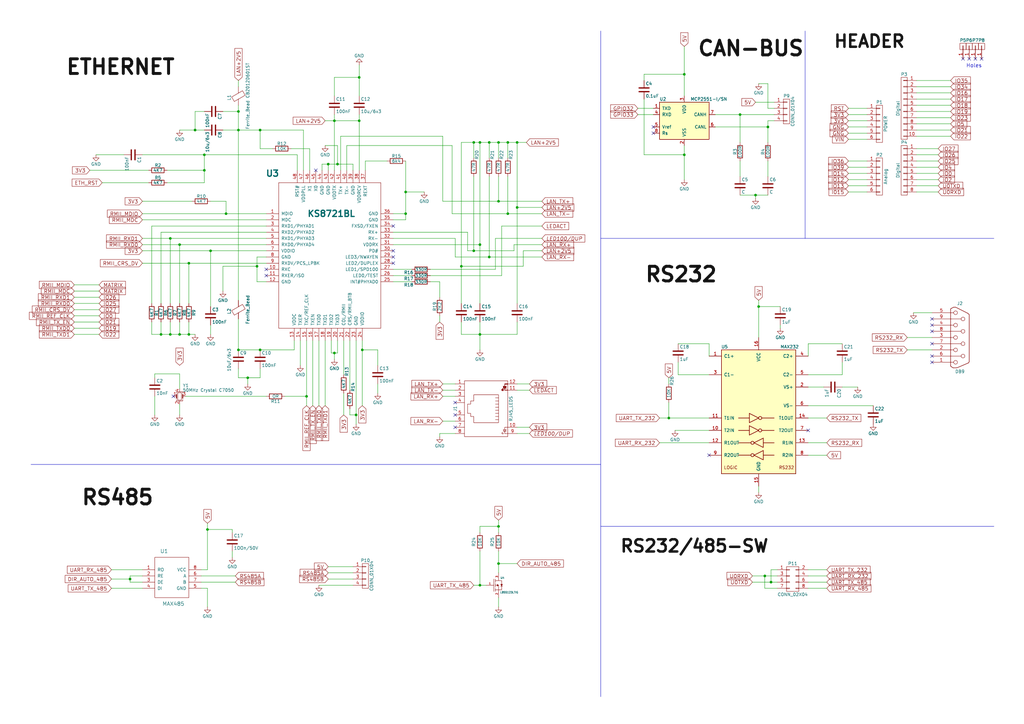
<source format=kicad_sch>
(kicad_sch (version 20220622) (generator eeschema)
  (paper "A3")
  (title_block (date "lun. 30 mars 2015"))
  (junction (at 309.88 80.01))
  (junction (at 134.62 67.31))
  (junction (at 204.47 231.14))
  (junction (at 125.73 162.56))
  (junction (at 212.09 58.42))
  (junction (at 106.68 143.51))
  (junction (at 146.05 170.18))
  (junction (at 92.71 87.63))
  (junction (at 194.31 58.42))
  (junction (at 280.67 63.5))
  (junction (at 204.47 215.9))
  (junction (at 196.85 100.33))
  (junction (at 53.34 237.49))
  (junction (at 147.32 49.53))
  (junction (at 311.15 125.73))
  (junction (at 196.85 240.03))
  (junction (at 166.37 87.63))
  (junction (at 313.69 236.22))
  (junction (at 200.66 105.41))
  (junction (at 97.79 45.72))
  (junction (at 208.28 87.63))
  (junction (at 148.59 143.51))
  (junction (at 208.28 58.42))
  (junction (at 204.47 82.55))
  (junction (at 101.6 154.94))
  (junction (at 73.66 137.16))
  (junction (at 196.85 137.16))
  (junction (at 189.23 109.22))
  (junction (at 106.68 53.34))
  (junction (at 138.43 67.31))
  (junction (at 166.37 78.74))
  (junction (at 105.41 109.22))
  (junction (at 77.47 107.95))
  (junction (at 200.66 58.42))
  (junction (at 83.82 63.5))
  (junction (at 194.31 102.87))
  (junction (at 280.67 30.48))
  (junction (at 69.85 97.79))
  (junction (at 196.85 58.42))
  (junction (at 83.82 69.85))
  (junction (at 274.32 171.45))
  (junction (at 86.36 102.87))
  (junction (at 137.16 49.53))
  (junction (at 97.79 53.34))
  (junction (at 137.16 144.78))
  (junction (at 77.47 137.16))
  (junction (at 85.09 217.17))
  (junction (at 303.53 46.99))
  (junction (at 66.04 137.16))
  (junction (at 69.85 137.16))
  (junction (at 80.01 53.34))
  (junction (at 212.09 85.09))
  (junction (at 316.23 238.76))
  (junction (at 314.96 52.07))
  (junction (at 97.79 143.51))
  (junction (at 147.32 31.75))
  (junction (at 204.47 58.42))
  (junction (at 73.66 100.33))
  (no_connect (at 109.22 113.03))
  (no_connect (at 290.83 186.69))
  (no_connect (at 186.69 170.18))
  (no_connect (at 161.29 102.87))
  (no_connect (at 267.97 52.07))
  (no_connect (at 382.27 140.97))
  (no_connect (at 129.54 69.85))
  (no_connect (at 400.05 24.13))
  (no_connect (at 267.97 54.61))
  (no_connect (at 382.27 130.81))
  (no_connect (at 109.22 110.49))
  (no_connect (at 161.29 107.95))
  (no_connect (at 382.27 135.89))
  (no_connect (at 402.59 24.13))
  (no_connect (at 161.29 92.71))
  (no_connect (at 382.27 133.35))
  (no_connect (at 186.69 175.26))
  (no_connect (at 331.47 176.53))
  (no_connect (at 71.12 162.56))
  (no_connect (at 382.27 146.05))
  (no_connect (at 397.51 24.13))
  (no_connect (at 186.69 165.1))
  (no_connect (at 161.29 105.41))
  (no_connect (at 394.97 24.13))
  (no_connect (at 382.27 148.59))
  (polyline (pts (xy 246.38 190.5) (xy 12.7 190.5)))
  (wire (pts (xy 97.79 53.34) (xy 106.68 53.34)))
  (wire (pts (xy 91.44 45.72) (xy 97.79 45.72)))
  (wire (pts (xy 196.85 215.9) (xy 204.47 215.9)))
  (wire (pts (xy 375.92 38.1) (xy 389.89 38.1)))
  (wire (pts (xy 58.42 63.5) (xy 83.82 63.5)))
  (wire (pts (xy 97.79 130.81) (xy 97.79 143.51)))
  (wire (pts (xy 194.31 58.42) (xy 196.85 58.42)))
  (wire (pts (xy 355.6 57.15) (xy 347.98 57.15)))
  (wire (pts (xy 137.16 147.32) (xy 137.16 144.78)))
  (wire (pts (xy 147.32 49.53) (xy 147.32 69.85)))
  (wire (pts (xy 77.47 137.16) (xy 80.01 137.16)))
  (wire (pts (xy 148.59 139.7) (xy 148.59 143.51)))
  (wire (pts (xy 134.62 232.41) (xy 144.78 232.41)))
  (wire (pts (xy 92.71 87.63) (xy 92.71 82.55)))
  (wire (pts (xy 166.37 87.63) (xy 166.37 90.17)))
  (wire (pts (xy 309.88 81.28) (xy 309.88 80.01)))
  (wire (pts (xy 293.37 46.99) (xy 303.53 46.99)))
  (wire (pts (xy 375.92 40.64) (xy 389.89 40.64)))
  (wire (pts (xy 316.23 238.76) (xy 318.77 238.76)))
  (polyline (pts (xy 246.38 97.79) (xy 407.67 97.79)))
  (wire (pts (xy 186.69 105.41) (xy 200.66 105.41)))
  (wire (pts (xy 278.13 148.59) (xy 278.13 153.67)))
  (wire (pts (xy 95.25 217.17) (xy 85.09 217.17)))
  (wire (pts (xy 280.67 19.05) (xy 280.67 30.48)))
  (wire (pts (xy 138.43 59.69) (xy 133.35 59.69)))
  (wire (pts (xy 355.6 49.53) (xy 347.98 49.53)))
  (wire (pts (xy 303.53 80.01) (xy 309.88 80.01)))
  (wire (pts (xy 77.47 124.46) (xy 77.47 107.95)))
  (wire (pts (xy 210.82 102.87) (xy 210.82 100.33)))
  (wire (pts (xy 214.63 109.22) (xy 189.23 109.22)))
  (wire (pts (xy 186.69 177.8) (xy 180.34 177.8)))
  (wire (pts (xy 85.09 241.3) (xy 85.09 248.92)))
  (wire (pts (xy 45.72 233.68) (xy 58.42 233.68)))
  (wire (pts (xy 375.92 55.88) (xy 389.89 55.88)))
  (wire (pts (xy 83.82 74.93) (xy 68.58 74.93)))
  (wire (pts (xy 69.85 132.08) (xy 69.85 137.16)))
  (wire (pts (xy 355.6 46.99) (xy 347.98 46.99)))
  (wire (pts (xy 140.97 161.29) (xy 140.97 170.18)))
  (wire (pts (xy 212.09 137.16) (xy 212.09 132.08)))
  (wire (pts (xy 62.23 137.16) (xy 66.04 137.16)))
  (wire (pts (xy 161.29 95.25) (xy 191.77 95.25)))
  (wire (pts (xy 66.04 95.25) (xy 66.04 124.46)))
  (wire (pts (xy 106.68 53.34) (xy 124.46 53.34)))
  (wire (pts (xy 180.34 115.57) (xy 176.53 115.57)))
  (wire (pts (xy 204.47 226.06) (xy 204.47 231.14)))
  (wire (pts (xy 73.66 132.08) (xy 73.66 137.16)))
  (wire (pts (xy 123.19 139.7) (xy 123.19 149.86)))
  (wire (pts (xy 278.13 153.67) (xy 290.83 153.67)))
  (wire (pts (xy 73.66 100.33) (xy 109.22 100.33)))
  (wire (pts (xy 196.85 240.03) (xy 199.39 240.03)))
  (wire (pts (xy 331.47 153.67) (xy 345.44 153.67)))
  (wire (pts (xy 149.86 66.04) (xy 158.75 66.04)))
  (wire (pts (xy 311.15 123.19) (xy 311.15 125.73)))
  (wire (pts (xy 311.15 199.39) (xy 311.15 201.93)))
  (wire (pts (xy 138.43 67.31) (xy 144.78 67.31)))
  (wire (pts (xy 196.85 58.42) (xy 196.85 100.33)))
  (wire (pts (xy 270.51 171.45) (xy 274.32 171.45)))
  (wire (pts (xy 135.89 144.78) (xy 137.16 144.78)))
  (wire (pts (xy 280.67 30.48) (xy 280.67 39.37)))
  (wire (pts (xy 331.47 146.05) (xy 331.47 140.97)))
  (wire (pts (xy 200.66 72.39) (xy 200.66 105.41)))
  (wire (pts (xy 375.92 66.04) (xy 384.81 66.04)))
  (wire (pts (xy 69.85 124.46) (xy 69.85 97.79)))
  (wire (pts (xy 355.6 78.74) (xy 347.98 78.74)))
  (wire (pts (xy 77.47 132.08) (xy 77.47 137.16)))
  (wire (pts (xy 30.48 137.16) (xy 40.64 137.16)))
  (wire (pts (xy 314.96 44.45) (xy 314.96 34.29)))
  (wire (pts (xy 83.82 69.85) (xy 83.82 74.93)))
  (wire (pts (xy 355.6 66.04) (xy 347.98 66.04)))
  (wire (pts (xy 208.28 58.42) (xy 212.09 58.42)))
  (wire (pts (xy 375.92 53.34) (xy 389.89 53.34)))
  (wire (pts (xy 375.92 71.12) (xy 384.81 71.12)))
  (wire (pts (xy 331.47 238.76) (xy 339.09 238.76)))
  (wire (pts (xy 63.5 162.56) (xy 63.5 170.18)))
  (wire (pts (xy 375.92 76.2) (xy 384.81 76.2)))
  (wire (pts (xy 137.16 31.75) (xy 147.32 31.75)))
  (wire (pts (xy 205.74 113.03) (xy 205.74 92.71)))
  (wire (pts (xy 83.82 63.5) (xy 121.92 63.5)))
  (wire (pts (xy 135.89 139.7) (xy 135.89 144.78)))
  (wire (pts (xy 189.23 137.16) (xy 196.85 137.16)))
  (wire (pts (xy 30.48 127) (xy 40.64 127)))
  (wire (pts (xy 313.69 241.3) (xy 313.69 236.22)))
  (wire (pts (xy 140.97 139.7) (xy 140.97 153.67)))
  (wire (pts (xy 320.04 125.73) (xy 311.15 125.73)))
  (wire (pts (xy 128.27 166.37) (xy 128.27 139.7)))
  (wire (pts (xy 318.77 233.68) (xy 316.23 233.68)))
  (wire (pts (xy 97.79 143.51) (xy 106.68 143.51)))
  (wire (pts (xy 45.72 237.49) (xy 53.34 237.49)))
  (wire (pts (xy 355.6 73.66) (xy 347.98 73.66)))
  (wire (pts (xy 97.79 43.18) (xy 97.79 45.72)))
  (wire (pts (xy 121.92 63.5) (xy 121.92 69.85)))
  (wire (pts (xy 308.61 236.22) (xy 313.69 236.22)))
  (wire (pts (xy 345.44 158.75) (xy 351.79 158.75)))
  (wire (pts (xy 309.88 80.01) (xy 314.96 80.01)))
  (wire (pts (xy 331.47 171.45) (xy 339.09 171.45)))
  (wire (pts (xy 63.5 153.3652) (xy 73.66 153.3652)))
  (wire (pts (xy 309.88 41.91) (xy 317.5 41.91)))
  (wire (pts (xy 161.29 113.03) (xy 168.91 113.03)))
  (wire (pts (xy 73.66 53.34) (xy 80.01 53.34)))
  (wire (pts (xy 314.96 49.53) (xy 314.96 52.07)))
  (wire (pts (xy 314.96 52.07) (xy 314.96 58.42)))
  (wire (pts (xy 375.92 45.72) (xy 389.89 45.72)))
  (wire (pts (xy 95.25 218.44) (xy 95.25 217.17)))
  (wire (pts (xy 194.31 72.39) (xy 194.31 102.87)))
  (wire (pts (xy 203.2 110.49) (xy 203.2 97.79)))
  (wire (pts (xy 204.47 213.36) (xy 204.47 215.9)))
  (wire (pts (xy 210.82 100.33) (xy 222.25 100.33)))
  (wire (pts (xy 30.48 124.46) (xy 40.64 124.46)))
  (wire (pts (xy 127 69.85) (xy 127 60.96)))
  (wire (pts (xy 120.65 143.51) (xy 120.65 139.7)))
  (wire (pts (xy 58.42 102.87) (xy 86.36 102.87)))
  (wire (pts (xy 106.68 143.51) (xy 120.65 143.51)))
  (wire (pts (xy 92.71 87.63) (xy 109.22 87.63)))
  (wire (pts (xy 208.28 72.39) (xy 208.28 87.63)))
  (wire (pts (xy 154.94 149.86) (xy 154.94 143.51)))
  (wire (pts (xy 30.48 129.54) (xy 40.64 129.54)))
  (wire (pts (xy 189.23 58.42) (xy 194.31 58.42)))
  (wire (pts (xy 68.58 69.85) (xy 83.82 69.85)))
  (wire (pts (xy 105.41 115.57) (xy 109.22 115.57)))
  (wire (pts (xy 101.6 154.94) (xy 106.68 154.94)))
  (wire (pts (xy 137.16 49.53) (xy 147.32 49.53)))
  (wire (pts (xy 214.63 102.87) (xy 214.63 109.22)))
  (wire (pts (xy 200.66 58.42) (xy 204.47 58.42)))
  (wire (pts (xy 204.47 72.39) (xy 204.47 82.55)))
  (wire (pts (xy 331.47 166.37) (xy 358.14 166.37)))
  (wire (pts (xy 270.51 181.61) (xy 290.83 181.61)))
  (wire (pts (xy 186.69 157.48) (xy 181.61 157.48)))
  (wire (pts (xy 355.6 71.12) (xy 347.98 71.12)))
  (wire (pts (xy 147.32 31.75) (xy 147.32 39.37)))
  (wire (pts (xy 331.47 181.61) (xy 339.09 181.61)))
  (wire (pts (xy 355.6 76.2) (xy 347.98 76.2)))
  (wire (pts (xy 375.92 33.02) (xy 389.89 33.02)))
  (wire (pts (xy 161.29 115.57) (xy 168.91 115.57)))
  (wire (pts (xy 331.47 140.97) (xy 345.44 140.97)))
  (wire (pts (xy 137.16 46.99) (xy 137.16 49.53)))
  (wire (pts (xy 280.67 63.5) (xy 280.67 73.66)))
  (wire (pts (xy 30.48 119.38) (xy 40.64 119.38)))
  (wire (pts (xy 105.41 109.22) (xy 91.44 109.22)))
  (wire (pts (xy 200.66 105.41) (xy 222.25 105.41)))
  (wire (pts (xy 85.09 217.17) (xy 85.09 233.68)))
  (wire (pts (xy 345.44 153.67) (xy 345.44 148.59)))
  (wire (pts (xy 109.22 105.41) (xy 105.41 105.41)))
  (wire (pts (xy 95.25 226.06) (xy 95.25 228.6)))
  (wire (pts (xy 58.42 100.33) (xy 73.66 100.33)))
  (wire (pts (xy 382.27 128.27) (xy 374.65 128.27)))
  (wire (pts (xy 196.85 226.06) (xy 196.85 240.03)))
  (polyline (pts (xy 246.38 215.9) (xy 407.67 215.9)))
  (wire (pts (xy 80.01 45.72) (xy 80.01 53.34)))
  (wire (pts (xy 375.92 50.8) (xy 389.89 50.8)))
  (wire (pts (xy 132.08 67.31) (xy 134.62 67.31)))
  (wire (pts (xy 212.09 231.14) (xy 204.47 231.14)))
  (wire (pts (xy 125.73 139.7) (xy 125.73 162.56)))
  (wire (pts (xy 212.09 85.09) (xy 222.25 85.09)))
  (wire (pts (xy 82.55 238.76) (xy 96.52 238.76)))
  (wire (pts (xy 147.32 46.99) (xy 147.32 49.53)))
  (wire (pts (xy 45.72 241.3) (xy 58.42 241.3)))
  (polyline (pts (xy 246.38 12.7) (xy 246.38 285.75)))
  (wire (pts (xy 313.69 236.22) (xy 318.77 236.22)))
  (wire (pts (xy 60.96 69.85) (xy 36.83 69.85)))
  (wire (pts (xy 185.42 87.63) (xy 208.28 87.63)))
  (wire (pts (xy 303.53 46.99) (xy 317.5 46.99)))
  (wire (pts (xy 317.5 44.45) (xy 314.96 44.45)))
  (wire (pts (xy 66.04 132.08) (xy 66.04 137.16)))
  (wire (pts (xy 30.48 134.62) (xy 40.64 134.62)))
  (wire (pts (xy 137.16 39.37) (xy 137.16 31.75)))
  (wire (pts (xy 82.55 236.22) (xy 96.52 236.22)))
  (wire (pts (xy 375.92 43.18) (xy 389.89 43.18)))
  (wire (pts (xy 196.85 218.44) (xy 196.85 215.9)))
  (wire (pts (xy 303.53 66.04) (xy 303.53 72.39)))
  (wire (pts (xy 83.82 45.72) (xy 80.01 45.72)))
  (wire (pts (xy 261.62 44.45) (xy 267.97 44.45)))
  (wire (pts (xy 58.42 97.79) (xy 69.85 97.79)))
  (wire (pts (xy 331.47 158.75) (xy 337.82 158.75)))
  (wire (pts (xy 154.94 157.48) (xy 154.94 161.29)))
  (polyline (pts (xy 330.2 97.79) (xy 330.2 12.7)))
  (wire (pts (xy 147.32 26.67) (xy 147.32 31.75)))
  (wire (pts (xy 205.74 92.71) (xy 222.25 92.71)))
  (wire (pts (xy 30.48 132.08) (xy 40.64 132.08)))
  (wire (pts (xy 161.29 110.49) (xy 168.91 110.49)))
  (wire (pts (xy 375.92 73.66) (xy 384.81 73.66)))
  (wire (pts (xy 106.68 154.94) (xy 106.68 151.13)))
  (wire (pts (xy 62.23 92.71) (xy 62.23 124.46)))
  (wire (pts (xy 166.37 78.74) (xy 166.37 87.63)))
  (wire (pts (xy 290.83 140.97) (xy 278.13 140.97)))
  (wire (pts (xy 264.16 63.5) (xy 280.67 63.5)))
  (wire (pts (xy 134.62 67.31) (xy 138.43 67.31)))
  (wire (pts (xy 375.92 48.26) (xy 389.89 48.26)))
  (wire (pts (xy 186.69 97.79) (xy 186.69 105.41)))
  (wire (pts (xy 212.09 85.09) (xy 212.09 124.46)))
  (wire (pts (xy 97.79 33.02) (xy 97.79 35.56)))
  (wire (pts (xy 331.47 236.22) (xy 339.09 236.22)))
  (wire (pts (xy 73.66 170.18) (xy 73.66 165.735)))
  (wire (pts (xy 196.85 137.16) (xy 196.85 143.51)))
  (wire (pts (xy 355.6 52.07) (xy 347.98 52.07)))
  (wire (pts (xy 375.92 68.58) (xy 384.81 68.58)))
  (wire (pts (xy 355.6 44.45) (xy 347.98 44.45)))
  (wire (pts (xy 375.92 60.96) (xy 384.81 60.96)))
  (wire (pts (xy 191.77 95.25) (xy 191.77 102.87)))
  (wire (pts (xy 130.81 139.7) (xy 130.81 166.37)))
  (wire (pts (xy 189.23 109.22) (xy 189.23 124.46)))
  (wire (pts (xy 196.85 100.33) (xy 196.85 124.46)))
  (wire (pts (xy 204.47 64.77) (xy 204.47 58.42)))
  (wire (pts (xy 137.16 49.53) (xy 137.16 69.85)))
  (wire (pts (xy 105.41 105.41) (xy 105.41 109.22)))
  (wire (pts (xy 116.84 162.56) (xy 125.73 162.56)))
  (wire (pts (xy 372.11 138.43) (xy 382.27 138.43)))
  (wire (pts (xy 208.28 87.63) (xy 222.25 87.63)))
  (wire (pts (xy 148.59 143.51) (xy 148.59 166.37)))
  (wire (pts (xy 30.48 121.92) (xy 40.64 121.92)))
  (wire (pts (xy 62.23 132.08) (xy 62.23 137.16)))
  (wire (pts (xy 274.32 171.45) (xy 290.83 171.45)))
  (wire (pts (xy 212.09 58.42) (xy 212.09 85.09)))
  (wire (pts (xy 139.7 69.85) (xy 139.7 55.88)))
  (wire (pts (xy 320.04 133.35) (xy 320.04 134.62)))
  (wire (pts (xy 339.09 186.69) (xy 331.47 186.69)))
  (wire (pts (xy 73.66 124.46) (xy 73.66 100.33)))
  (wire (pts (xy 180.34 121.92) (xy 180.34 115.57)))
  (wire (pts (xy 111.76 60.96) (xy 106.68 60.96)))
  (wire (pts (xy 58.42 236.22) (xy 53.34 236.22)))
  (wire (pts (xy 144.78 237.49) (xy 134.62 237.49)))
  (wire (pts (xy 375.92 78.74) (xy 384.81 78.74)))
  (wire (pts (xy 318.77 241.3) (xy 313.69 241.3)))
  (wire (pts (xy 303.53 46.99) (xy 303.53 58.42)))
  (wire (pts (xy 280.67 59.69) (xy 280.67 63.5)))
  (wire (pts (xy 212.09 58.42) (xy 215.9 58.42)))
  (wire (pts (xy 264.16 33.02) (xy 264.16 30.48)))
  (wire (pts (xy 180.34 177.8) (xy 180.34 179.07)))
  (wire (pts (xy 73.66 153.3652) (xy 73.66 159.385)))
  (wire (pts (xy 166.37 90.17) (xy 161.29 90.17)))
  (wire (pts (xy 106.68 60.96) (xy 106.68 53.34)))
  (wire (pts (xy 194.31 240.03) (xy 196.85 240.03)))
  (wire (pts (xy 375.92 63.5) (xy 384.81 63.5)))
  (wire (pts (xy 86.36 133.35) (xy 86.36 137.16)))
  (wire (pts (xy 85.09 214.63) (xy 85.09 217.17)))
  (wire (pts (xy 143.51 170.18) (xy 146.05 170.18)))
  (wire (pts (xy 91.44 109.22) (xy 91.44 119.38)))
  (wire (pts (xy 134.62 67.31) (xy 134.62 69.85)))
  (wire (pts (xy 274.32 154.94) (xy 274.32 157.48)))
  (wire (pts (xy 109.22 92.71) (xy 62.23 92.71)))
  (wire (pts (xy 138.43 67.31) (xy 138.43 59.69)))
  (wire (pts (xy 77.47 107.95) (xy 109.22 107.95)))
  (wire (pts (xy 85.09 233.68) (xy 82.55 233.68)))
  (wire (pts (xy 264.16 40.64) (xy 264.16 63.5)))
  (wire (pts (xy 186.69 160.02) (xy 181.61 160.02)))
  (wire (pts (xy 212.09 177.8) (xy 217.17 177.8)))
  (wire (pts (xy 146.05 139.7) (xy 146.05 170.18)))
  (wire (pts (xy 375.92 35.56) (xy 389.89 35.56)))
  (wire (pts (xy 137.16 144.78) (xy 138.43 144.78)))
  (wire (pts (xy 143.51 167.64) (xy 143.51 170.18)))
  (wire (pts (xy 138.43 144.78) (xy 138.43 139.7)))
  (wire (pts (xy 97.79 45.72) (xy 97.79 53.34)))
  (wire (pts (xy 161.29 97.79) (xy 186.69 97.79)))
  (wire (pts (xy 109.22 162.56) (xy 76.2 162.56)))
  (wire (pts (xy 181.61 82.55) (xy 204.47 82.55)))
  (wire (pts (xy 189.23 58.42) (xy 189.23 109.22)))
  (wire (pts (xy 314.96 66.04) (xy 314.96 72.39)))
  (wire (pts (xy 154.94 143.51) (xy 148.59 143.51)))
  (wire (pts (xy 314.96 49.53) (xy 317.5 49.53)))
  (wire (pts (xy 203.2 97.79) (xy 222.25 97.79)))
  (wire (pts (xy 58.42 107.95) (xy 77.47 107.95)))
  (wire (pts (xy 274.32 165.1) (xy 274.32 171.45)))
  (wire (pts (xy 83.82 63.5) (xy 83.82 69.85)))
  (wire (pts (xy 132.08 69.85) (xy 132.08 67.31)))
  (wire (pts (xy 142.24 59.69) (xy 185.42 59.69)))
  (wire (pts (xy 166.37 66.04) (xy 166.37 78.74)))
  (wire (pts (xy 69.85 137.16) (xy 73.66 137.16)))
  (wire (pts (xy 80.01 53.34) (xy 83.82 53.34)))
  (wire (pts (xy 194.31 64.77) (xy 194.31 58.42)))
  (wire (pts (xy 144.78 240.03) (xy 130.81 240.03)))
  (wire (pts (xy 290.83 146.05) (xy 290.83 140.97)))
  (wire (pts (xy 185.42 59.69) (xy 185.42 87.63)))
  (wire (pts (xy 212.09 160.02) (xy 217.17 160.02)))
  (wire (pts (xy 144.78 67.31) (xy 144.78 69.85)))
  (wire (pts (xy 189.23 132.08) (xy 189.23 137.16)))
  (wire (pts (xy 58.42 87.63) (xy 92.71 87.63)))
  (wire (pts (xy 331.47 233.68) (xy 339.09 233.68)))
  (wire (pts (xy 109.22 90.17) (xy 58.42 90.17)))
  (wire (pts (xy 30.48 116.84) (xy 40.64 116.84)))
  (wire (pts (xy 293.37 52.07) (xy 314.96 52.07)))
  (wire (pts (xy 308.61 238.76) (xy 316.23 238.76)))
  (wire (pts (xy 196.85 137.16) (xy 212.09 137.16)))
  (wire (pts (xy 217.17 175.26) (xy 212.09 175.26)))
  (wire (pts (xy 166.37 78.74) (xy 173.99 78.74)))
  (wire (pts (xy 176.53 110.49) (xy 203.2 110.49)))
  (wire (pts (xy 73.66 137.16) (xy 77.47 137.16)))
  (wire (pts (xy 204.47 231.14) (xy 204.47 234.95)))
  (wire (pts (xy 134.62 234.95) (xy 144.78 234.95)))
  (wire (pts (xy 146.05 170.18) (xy 146.05 173.99)))
  (wire (pts (xy 66.04 137.16) (xy 69.85 137.16)))
  (wire (pts (xy 355.6 68.58) (xy 347.98 68.58)))
  (wire (pts (xy 127 60.96) (xy 119.38 60.96)))
  (wire (pts (xy 101.6 157.48) (xy 101.6 154.94)))
  (wire (pts (xy 124.46 53.34) (xy 124.46 69.85)))
  (wire (pts (xy 208.28 64.77) (xy 208.28 58.42)))
  (wire (pts (xy 53.34 238.76) (xy 58.42 238.76)))
  (wire (pts (xy 191.77 102.87) (xy 194.31 102.87)))
  (wire (pts (xy 63.5 154.94) (xy 63.5 153.3652)))
  (wire (pts (xy 53.34 237.49) (xy 53.34 238.76)))
  (wire (pts (xy 133.35 139.7) (xy 133.35 166.37)))
  (wire (pts (xy 142.24 69.85) (xy 142.24 59.69)))
  (wire (pts (xy 316.23 233.68) (xy 316.23 238.76)))
  (wire (pts (xy 181.61 55.88) (xy 181.61 82.55)))
  (wire (pts (xy 355.6 54.61) (xy 347.98 54.61)))
  (wire (pts (xy 204.47 82.55) (xy 222.25 82.55)))
  (wire (pts (xy 125.73 162.56) (xy 125.73 166.37)))
  (wire (pts (xy 97.79 53.34) (xy 97.79 123.19)))
  (wire (pts (xy 372.11 143.51) (xy 382.27 143.51)))
  (wire (pts (xy 186.69 162.56) (xy 181.61 162.56)))
  (wire (pts (xy 200.66 64.77) (xy 200.66 58.42)))
  (wire (pts (xy 161.29 100.33) (xy 196.85 100.33)))
  (wire (pts (xy 196.85 58.42) (xy 200.66 58.42)))
  (wire (pts (xy 97.79 151.13) (xy 97.79 154.94)))
  (wire (pts (xy 139.7 55.88) (xy 181.61 55.88)))
  (wire (pts (xy 204.47 58.42) (xy 208.28 58.42)))
  (wire (pts (xy 105.41 109.22) (xy 105.41 115.57)))
  (wire (pts (xy 109.22 95.25) (xy 66.04 95.25)))
  (wire (pts (xy 78.74 82.55) (xy 58.42 82.55)))
  (wire (pts (xy 261.62 46.99) (xy 267.97 46.99)))
  (wire (pts (xy 331.47 241.3) (xy 339.09 241.3)))
  (wire (pts (xy 180.34 132.08) (xy 180.34 129.54)))
  (wire (pts (xy 133.35 49.53) (xy 137.16 49.53)))
  (wire (pts (xy 311.15 125.73) (xy 311.15 138.43)))
  (wire (pts (xy 92.71 82.55) (xy 86.36 82.55)))
  (wire (pts (xy 214.63 102.87) (xy 222.25 102.87)))
  (wire (pts (xy 86.36 102.87) (xy 109.22 102.87)))
  (wire (pts (xy 204.47 245.11) (xy 204.47 248.92)))
  (wire (pts (xy 264.16 30.48) (xy 280.67 30.48)))
  (wire (pts (xy 194.31 102.87) (xy 210.82 102.87)))
  (wire (pts (xy 290.83 176.53) (xy 276.86 176.53)))
  (wire (pts (xy 149.86 69.85) (xy 149.86 66.04)))
  (wire (pts (xy 166.37 87.63) (xy 161.29 87.63)))
  (wire (pts (xy 186.69 172.72) (xy 181.61 172.72)))
  (wire (pts (xy 82.55 241.3) (xy 85.09 241.3)))
  (wire (pts (xy 86.36 125.73) (xy 86.36 102.87)))
  (wire (pts (xy 196.85 132.08) (xy 196.85 137.16)))
  (wire (pts (xy 204.47 215.9) (xy 204.47 218.44)))
  (wire (pts (xy 97.79 154.94) (xy 101.6 154.94)))
  (wire (pts (xy 50.8 63.5) (xy 39.37 63.5)))
  (wire (pts (xy 314.96 34.29) (xy 311.15 34.29)))
  (wire (pts (xy 217.17 157.48) (xy 212.09 157.48)))
  (wire (pts (xy 143.51 139.7) (xy 143.51 160.02)))
  (wire (pts (xy 176.53 113.03) (xy 205.74 113.03)))
  (wire (pts (xy 69.85 97.79) (xy 109.22 97.79)))
  (wire (pts (xy 53.34 236.22) (xy 53.34 237.49)))
  (wire (pts (xy 91.44 53.34) (xy 97.79 53.34)))
  (wire (pts (xy 41.91 74.93) (xy 60.96 74.93)))
  (text "Holes" (at 396.24 27.94 0) (effects (font (size 1.524 1.524)) (justify left bottom)))
  (label "RS232" (at 264.16 118.11 0) (effects (font (size 5.9944 5.9944) (thickness 1.1989) bold)))
  (label "RS485" (at 33.02 209.55 0) (effects (font (size 5.9944 5.9944) (thickness 1.1989) bold)))
  (label "CAN-BUS" (at 285.75 25.4 0) (effects (font (size 5.9944 5.9944) (thickness 1.1989) bold)))
  (label "RS232/485-SW" (at 254 228.6 0) (effects (font (size 5.0038 5.0038) (thickness 1.0008) bold)))
  (label "ETHERNET" (at 26.67 33.02 0) (effects (font (size 5.9944 5.9944) (thickness 1.1989) bold)))
  (label "HEADER" (at 341.63 21.59 0) (effects (font (size 5.0038 5.0038) (thickness 1.0008) bold)))
  (global_label "IO35" (shape input) (at 389.89 33.02 0) (effects (font (size 1.524 1.524))) (property "Intersheetrefs" "${INTERSHEET_REFS}" (effects hide)))
  (global_label "RMII_MDIO" (shape input) (at 58.42 87.63 180) (effects (font (size 1.524 1.524))) (property "Intersheetrefs" "${INTERSHEET_REFS}" (effects hide)))
  (global_label "LEDACT" (shape input) (at 217.17 160.02 0) (effects (font (size 1.524 1.524))) (property "Intersheetrefs" "${INTERSHEET_REFS}" (effects hide)))
  (global_label "5V" (shape input) (at 85.09 214.63 90) (effects (font (size 1.524 1.524))) (property "Intersheetrefs" "${INTERSHEET_REFS}" (effects hide)))
  (global_label "UART_RX_485" (shape input) (at 45.72 233.68 180) (effects (font (size 1.524 1.524))) (property "Intersheetrefs" "${INTERSHEET_REFS}" (effects hide)))
  (global_label "3V3" (shape input) (at 36.83 69.85 180) (effects (font (size 1.524 1.524))) (property "Intersheetrefs" "${INTERSHEET_REFS}" (effects hide)))
  (global_label "I015" (shape input) (at 347.98 78.74 180) (effects (font (size 1.524 1.524))) (property "Intersheetrefs" "${INTERSHEET_REFS}" (effects hide)))
  (global_label "IO25" (shape input) (at 40.64 124.46 0) (effects (font (size 1.524 1.524))) (property "Intersheetrefs" "${INTERSHEET_REFS}" (effects hide)))
  (global_label "3V3" (shape input) (at 347.98 49.53 180) (effects (font (size 1.524 1.524))) (property "Intersheetrefs" "${INTERSHEET_REFS}" (effects hide)))
  (global_label "RMII_TXD1" (shape input) (at 30.48 137.16 180) (effects (font (size 1.524 1.524))) (property "Intersheetrefs" "${INTERSHEET_REFS}" (effects hide)))
  (global_label "5V" (shape input) (at 134.62 232.41 180) (effects (font (size 1.524 1.524))) (property "Intersheetrefs" "${INTERSHEET_REFS}" (effects hide)))
  (global_label "IO27" (shape input) (at 384.81 60.96 0) (effects (font (size 1.524 1.524))) (property "Intersheetrefs" "${INTERSHEET_REFS}" (effects hide)))
  (global_label "UART_RX_232" (shape input) (at 270.51 181.61 180) (effects (font (size 1.524 1.524))) (property "Intersheetrefs" "${INTERSHEET_REFS}" (effects hide)))
  (global_label "IO26" (shape input) (at 384.81 63.5 0) (effects (font (size 1.524 1.524))) (property "Intersheetrefs" "${INTERSHEET_REFS}" (effects hide)))
  (global_label "IO19" (shape input) (at 389.89 45.72 0) (effects (font (size 1.524 1.524))) (property "Intersheetrefs" "${INTERSHEET_REFS}" (effects hide)))
  (global_label "RS485A" (shape input) (at 134.62 234.95 180) (effects (font (size 1.524 1.524))) (property "Intersheetrefs" "${INTERSHEET_REFS}" (effects hide)))
  (global_label "RMII_REF_CLK" (shape input) (at 125.73 166.37 270) (effects (font (size 1.524 1.524))) (property "Intersheetrefs" "${INTERSHEET_REFS}" (effects hide)))
  (global_label "U0RXD" (shape input) (at 308.61 236.22 180) (effects (font (size 1.524 1.524))) (property "Intersheetrefs" "${INTERSHEET_REFS}" (effects hide)))
  (global_label "5V" (shape input) (at 274.32 154.94 90) (effects (font (size 1.524 1.524))) (property "Intersheetrefs" "${INTERSHEET_REFS}" (effects hide)))
  (global_label "UART_RX_232" (shape input) (at 339.09 236.22 0) (effects (font (size 1.524 1.524))) (property "Intersheetrefs" "${INTERSHEET_REFS}" (effects hide)))
  (global_label "LAN_RX-" (shape input) (at 181.61 172.72 180) (effects (font (size 1.524 1.524))) (property "Intersheetrefs" "${INTERSHEET_REFS}" (effects hide)))
  (global_label "RMII_RXD1" (shape input) (at 58.42 97.79 180) (effects (font (size 1.524 1.524))) (property "Intersheetrefs" "${INTERSHEET_REFS}" (effects hide)))
  (global_label "LAN_RX+" (shape input) (at 181.61 162.56 180) (effects (font (size 1.524 1.524))) (property "Intersheetrefs" "${INTERSHEET_REFS}" (effects hide)))
  (global_label "5V" (shape input) (at 280.67 19.05 90) (effects (font (size 1.524 1.524))) (property "Intersheetrefs" "${INTERSHEET_REFS}" (effects hide)))
  (global_label "IO0" (shape input) (at 40.64 129.54 0) (effects (font (size 1.524 1.524))) (property "Intersheetrefs" "${INTERSHEET_REFS}" (effects hide)))
  (global_label "LAN+2V5" (shape input) (at 133.35 49.53 180) (effects (font (size 1.524 1.524))) (property "Intersheetrefs" "${INTERSHEET_REFS}" (effects hide)))
  (global_label "RMII_MDIO" (shape input) (at 30.48 116.84 180) (effects (font (size 1.524 1.524))) (property "Intersheetrefs" "${INTERSHEET_REFS}" (effects hide)))
  (global_label "LEDACT" (shape input) (at 222.25 92.71 0) (effects (font (size 1.524 1.524))) (property "Intersheetrefs" "${INTERSHEET_REFS}" (effects hide)))
  (global_label "IO5" (shape input) (at 389.89 50.8 0) (effects (font (size 1.524 1.524))) (property "Intersheetrefs" "${INTERSHEET_REFS}" (effects hide)))
  (global_label "5V" (shape input) (at 339.09 186.69 0) (effects (font (size 1.524 1.524))) (property "Intersheetrefs" "${INTERSHEET_REFS}" (effects hide)))
  (global_label "LAN+2V5" (shape input) (at 222.25 102.87 0) (effects (font (size 1.524 1.524))) (property "Intersheetrefs" "${INTERSHEET_REFS}" (effects hide)))
  (global_label "IO2" (shape input) (at 384.81 73.66 0) (effects (font (size 1.524 1.524))) (property "Intersheetrefs" "${INTERSHEET_REFS}" (effects hide)))
  (global_label "IO0" (shape input) (at 384.81 71.12 0) (effects (font (size 1.524 1.524))) (property "Intersheetrefs" "${INTERSHEET_REFS}" (effects hide)))
  (global_label "IO21" (shape input) (at 40.64 132.08 0) (effects (font (size 1.524 1.524))) (property "Intersheetrefs" "${INTERSHEET_REFS}" (effects hide)))
  (global_label "LAN+2V5" (shape input) (at 222.25 85.09 0) (effects (font (size 1.524 1.524))) (property "Intersheetrefs" "${INTERSHEET_REFS}" (effects hide)))
  (global_label "RS232_TX" (shape input) (at 339.09 171.45 0) (effects (font (size 1.524 1.524))) (property "Intersheetrefs" "${INTERSHEET_REFS}" (effects hide)))
  (global_label "RS485A" (shape input) (at 96.52 236.22 0) (effects (font (size 1.524 1.524))) (property "Intersheetrefs" "${INTERSHEET_REFS}" (effects hide)))
  (global_label "UART_TX_232" (shape input) (at 270.51 171.45 180) (effects (font (size 1.524 1.524))) (property "Intersheetrefs" "${INTERSHEET_REFS}" (effects hide)))
  (global_label "RMII_TX_EN" (shape input) (at 30.48 132.08 180) (effects (font (size 1.524 1.524))) (property "Intersheetrefs" "${INTERSHEET_REFS}" (effects hide)))
  (global_label "IO4" (shape input) (at 384.81 68.58 0) (effects (font (size 1.524 1.524))) (property "Intersheetrefs" "${INTERSHEET_REFS}" (effects hide)))
  (global_label "RMII_MDC" (shape input) (at 58.42 90.17 180) (effects (font (size 1.524 1.524))) (property "Intersheetrefs" "${INTERSHEET_REFS}" (effects hide)))
  (global_label "LAN_TX+" (shape input) (at 181.61 157.48 180) (effects (font (size 1.524 1.524))) (property "Intersheetrefs" "${INTERSHEET_REFS}" (effects hide)))
  (global_label "5V" (shape input) (at 309.88 41.91 180) (effects (font (size 1.524 1.524))) (property "Intersheetrefs" "${INTERSHEET_REFS}" (effects hide)))
  (global_label "U0TXD" (shape input) (at 384.81 76.2 0) (effects (font (size 1.524 1.524))) (property "Intersheetrefs" "${INTERSHEET_REFS}" (effects hide)))
  (global_label "RMII_MDC" (shape input) (at 30.48 119.38 180) (effects (font (size 1.524 1.524))) (property "Intersheetrefs" "${INTERSHEET_REFS}" (effects hide)))
  (global_label "IO13" (shape input) (at 347.98 76.2 180) (effects (font (size 1.524 1.524))) (property "Intersheetrefs" "${INTERSHEET_REFS}" (effects hide)))
  (global_label "RS232_RX" (shape input) (at 339.09 181.61 0) (effects (font (size 1.524 1.524))) (property "Intersheetrefs" "${INTERSHEET_REFS}" (effects hide)))
  (global_label "RS485B" (shape input) (at 96.52 238.76 0) (effects (font (size 1.524 1.524))) (property "Intersheetrefs" "${INTERSHEET_REFS}" (effects hide)))
  (global_label "IO16" (shape input) (at 389.89 38.1 0) (effects (font (size 1.524 1.524))) (property "Intersheetrefs" "${INTERSHEET_REFS}" (effects hide)))
  (global_label "UART_TX_232" (shape input) (at 339.09 233.68 0) (effects (font (size 1.524 1.524))) (property "Intersheetrefs" "${INTERSHEET_REFS}" (effects hide)))
  (global_label "IO26" (shape input) (at 40.64 121.92 0) (effects (font (size 1.524 1.524))) (property "Intersheetrefs" "${INTERSHEET_REFS}" (effects hide)))
  (global_label "IO25" (shape input) (at 384.81 66.04 0) (effects (font (size 1.524 1.524))) (property "Intersheetrefs" "${INTERSHEET_REFS}" (effects hide)))
  (global_label "3V3" (shape input) (at 58.42 102.87 180) (effects (font (size 1.524 1.524))) (property "Intersheetrefs" "${INTERSHEET_REFS}" (effects hide)))
  (global_label "ETH_RST" (shape input) (at 41.91 74.93 180) (effects (font (size 1.524 1.524))) (property "Intersheetrefs" "${INTERSHEET_REFS}" (effects hide)))
  (global_label "RMII_TX_EN" (shape input) (at 128.27 166.37 270) (effects (font (size 1.524 1.524))) (property "Intersheetrefs" "${INTERSHEET_REFS}" (effects hide)))
  (global_label "LAN_TX-" (shape input) (at 181.61 160.02 180) (effects (font (size 1.524 1.524))) (property "Intersheetrefs" "${INTERSHEET_REFS}" (effects hide)))
  (global_label "IO34" (shape input) (at 389.89 35.56 0) (effects (font (size 1.524 1.524))) (property "Intersheetrefs" "${INTERSHEET_REFS}" (effects hide)))
  (global_label "5V" (shape input) (at 311.15 123.19 90) (effects (font (size 1.524 1.524))) (property "Intersheetrefs" "${INTERSHEET_REFS}" (effects hide)))
  (global_label "3V3" (shape input) (at 217.17 175.26 0) (effects (font (size 1.524 1.524))) (property "Intersheetrefs" "${INTERSHEET_REFS}" (effects hide)))
  (global_label "MATRIX" (shape input) (at 40.64 119.38 0) (effects (font (size 1.524 1.524))) (property "Intersheetrefs" "${INTERSHEET_REFS}" (effects hide)))
  (global_label "RMII_RXD1" (shape input) (at 30.48 121.92 180) (effects (font (size 1.524 1.524))) (property "Intersheetrefs" "${INTERSHEET_REFS}" (effects hide)))
  (global_label "RMII_TXD1" (shape input) (at 133.35 166.37 270) (effects (font (size 1.524 1.524))) (property "Intersheetrefs" "${INTERSHEET_REFS}" (effects hide)))
  (global_label "LAN_RX+" (shape input) (at 222.25 100.33 0) (effects (font (size 1.524 1.524))) (property "Intersheetrefs" "${INTERSHEET_REFS}" (effects hide)))
  (global_label "RMII_RXD0" (shape input) (at 30.48 124.46 180) (effects (font (size 1.524 1.524))) (property "Intersheetrefs" "${INTERSHEET_REFS}" (effects hide)))
  (global_label "5V" (shape input) (at 204.47 213.36 90) (effects (font (size 1.524 1.524))) (property "Intersheetrefs" "${INTERSHEET_REFS}" (effects hide)))
  (global_label "IO39" (shape input) (at 347.98 68.58 180) (effects (font (size 1.524 1.524))) (property "Intersheetrefs" "${INTERSHEET_REFS}" (effects hide)))
  (global_label "GPIO32" (shape input) (at 261.62 44.45 180) (effects (font (size 1.524 1.524))) (property "Intersheetrefs" "${INTERSHEET_REFS}" (effects hide)))
  (global_label "IO22" (shape input) (at 389.89 55.88 0) (effects (font (size 1.524 1.524))) (property "Intersheetrefs" "${INTERSHEET_REFS}" (effects hide)))
  (global_label "LED100/DUP" (shape input) (at 217.17 177.8 0) (effects (font (size 1.524 1.524) italic)) (property "Intersheetrefs" "${INTERSHEET_REFS}" (effects hide)))
  (global_label "RMII_RXD0" (shape input) (at 58.42 100.33 180) (effects (font (size 1.524 1.524))) (property "Intersheetrefs" "${INTERSHEET_REFS}" (effects hide)))
  (global_label "3V3" (shape input) (at 217.17 157.48 0) (effects (font (size 1.524 1.524))) (property "Intersheetrefs" "${INTERSHEET_REFS}" (effects hide)))
  (global_label "3V3" (shape input) (at 148.59 166.37 270) (effects (font (size 1.524 1.524))) (property "Intersheetrefs" "${INTERSHEET_REFS}" (effects hide)))
  (global_label "RS232_RX" (shape input) (at 372.11 138.43 180) (effects (font (size 1.524 1.524))) (property "Intersheetrefs" "${INTERSHEET_REFS}" (effects hide)))
  (global_label "RMII_REF_CLK" (shape input) (at 30.48 129.54 180) (effects (font (size 1.524 1.524))) (property "Intersheetrefs" "${INTERSHEET_REFS}" (effects hide)))
  (global_label "LAN_TX-" (shape input) (at 222.25 87.63 0) (effects (font (size 1.524 1.524))) (property "Intersheetrefs" "${INTERSHEET_REFS}" (effects hide)))
  (global_label "LAN+2V5" (shape input) (at 215.9 58.42 0) (effects (font (size 1.524 1.524))) (property "Intersheetrefs" "${INTERSHEET_REFS}" (effects hide)))
  (global_label "DIR_AUTO_485" (shape input) (at 212.09 231.14 0) (effects (font (size 1.524 1.524))) (property "Intersheetrefs" "${INTERSHEET_REFS}" (effects hide)))
  (global_label "U0RXD" (shape input) (at 384.81 78.74 0) (effects (font (size 1.524 1.524))) (property "Intersheetrefs" "${INTERSHEET_REFS}" (effects hide)))
  (global_label "IO17" (shape input) (at 389.89 40.64 0) (effects (font (size 1.524 1.524))) (property "Intersheetrefs" "${INTERSHEET_REFS}" (effects hide)))
  (global_label "RMII_TXD0" (shape input) (at 30.48 134.62 180) (effects (font (size 1.524 1.524))) (property "Intersheetrefs" "${INTERSHEET_REFS}" (effects hide)))
  (global_label "VIN" (shape input) (at 347.98 57.15 180) (effects (font (size 1.524 1.524))) (property "Intersheetrefs" "${INTERSHEET_REFS}" (effects hide)))
  (global_label "3V3" (shape input) (at 140.97 170.18 270) (effects (font (size 1.524 1.524))) (property "Intersheetrefs" "${INTERSHEET_REFS}" (effects hide)))
  (global_label "UART_RX_485" (shape input) (at 339.09 241.3 0) (effects (font (size 1.524 1.524))) (property "Intersheetrefs" "${INTERSHEET_REFS}" (effects hide)))
  (global_label "LAN_TX+" (shape input) (at 222.25 82.55 0) (effects (font (size 1.524 1.524))) (property "Intersheetrefs" "${INTERSHEET_REFS}" (effects hide)))
  (global_label "IO18" (shape input) (at 389.89 43.18 0) (effects (font (size 1.524 1.524))) (property "Intersheetrefs" "${INTERSHEET_REFS}" (effects hide)))
  (global_label "GNG" (shape input) (at 347.98 52.07 180) (effects (font (size 1.524 1.524))) (property "Intersheetrefs" "${INTERSHEET_REFS}" (effects hide)))
  (global_label "3V3" (shape input) (at 58.42 82.55 180) (effects (font (size 1.524 1.524))) (property "Intersheetrefs" "${INTERSHEET_REFS}" (effects hide)))
  (global_label "IO22" (shape input) (at 40.64 137.16 0) (effects (font (size 1.524 1.524))) (property "Intersheetrefs" "${INTERSHEET_REFS}" (effects hide)))
  (global_label "UART_TX_485" (shape input) (at 45.72 241.3 180) (effects (font (size 1.524 1.524))) (property "Intersheetrefs" "${INTERSHEET_REFS}" (effects hide)))
  (global_label "IO36" (shape input) (at 347.98 66.04 180) (effects (font (size 1.524 1.524))) (property "Intersheetrefs" "${INTERSHEET_REFS}" (effects hide)))
  (global_label "U0TXD" (shape input) (at 308.61 238.76 180) (effects (font (size 1.524 1.524))) (property "Intersheetrefs" "${INTERSHEET_REFS}" (effects hide)))
  (global_label "UART_TX_485" (shape input) (at 339.09 238.76 0) (effects (font (size 1.524 1.524))) (property "Intersheetrefs" "${INTERSHEET_REFS}" (effects hide)))
  (global_label "RS485B" (shape input) (at 134.62 237.49 180) (effects (font (size 1.524 1.524))) (property "Intersheetrefs" "${INTERSHEET_REFS}" (effects hide)))
  (global_label "RMII_CRS_DV" (shape input) (at 30.48 127 180) (effects (font (size 1.524 1.524))) (property "Intersheetrefs" "${INTERSHEET_REFS}" (effects hide)))
  (global_label "LED100/DUP" (shape input) (at 222.25 97.79 0) (effects (font (size 1.524 1.524) italic)) (property "Intersheetrefs" "${INTERSHEET_REFS}" (effects hide)))
  (global_label "GPIO33" (shape input) (at 261.62 46.99 180) (effects (font (size 1.524 1.524))) (property "Intersheetrefs" "${INTERSHEET_REFS}" (effects hide)))
  (global_label "IO19" (shape input) (at 40.64 134.62 0) (effects (font (size 1.524 1.524))) (property "Intersheetrefs" "${INTERSHEET_REFS}" (effects hide)))
  (global_label "GNG" (shape input) (at 347.98 54.61 180) (effects (font (size 1.524 1.524))) (property "Intersheetrefs" "${INTERSHEET_REFS}" (effects hide)))
  (global_label "UART_TX_485" (shape input) (at 194.31 240.03 180) (effects (font (size 1.524 1.524))) (property "Intersheetrefs" "${INTERSHEET_REFS}" (effects hide)))
  (global_label "RS232_TX" (shape input) (at 372.11 143.51 180) (effects (font (size 1.524 1.524))) (property "Intersheetrefs" "${INTERSHEET_REFS}" (effects hide)))
  (global_label "3V3" (shape input) (at 73.66 149.86 90) (effects (font (size 1.524 1.524))) (property "Intersheetrefs" "${INTERSHEET_REFS}" (effects hide)))
  (global_label "RST" (shape input) (at 347.98 44.45 180) (effects (font (size 1.524 1.524))) (property "Intersheetrefs" "${INTERSHEET_REFS}" (effects hide)))
  (global_label "3V3" (shape input) (at 347.98 46.99 180) (effects (font (size 1.524 1.524))) (property "Intersheetrefs" "${INTERSHEET_REFS}" (effects hide)))
  (global_label "IO12" (shape input) (at 347.98 73.66 180) (effects (font (size 1.524 1.524))) (property "Intersheetrefs" "${INTERSHEET_REFS}" (effects hide)))
  (global_label "IO14" (shape input) (at 347.98 71.12 180) (effects (font (size 1.524 1.524))) (property "Intersheetrefs" "${INTERSHEET_REFS}" (effects hide)))
  (global_label "LAN+2V5" (shape input) (at 97.79 33.02 90) (effects (font (size 1.524 1.524))) (property "Intersheetrefs" "${INTERSHEET_REFS}" (effects hide)))
  (global_label "RMII_TXD0" (shape input) (at 130.81 166.37 270) (effects (font (size 1.524 1.524))) (property "Intersheetrefs" "${INTERSHEET_REFS}" (effects hide)))
  (global_label "LAN_RX-" (shape input) (at 222.25 105.41 0) (effects (font (size 1.524 1.524))) (property "Intersheetrefs" "${INTERSHEET_REFS}" (effects hide)))
  (global_label "IO27" (shape input) (at 40.64 127 0) (effects (font (size 1.524 1.524))) (property "Intersheetrefs" "${INTERSHEET_REFS}" (effects hide)))
  (global_label "IO21" (shape input) (at 389.89 53.34 0) (effects (font (size 1.524 1.524))) (property "Intersheetrefs" "${INTERSHEET_REFS}" (effects hide)))
  (global_label "RMII_CRS_DV" (shape input) (at 58.42 107.95 180) (effects (font (size 1.524 1.524))) (property "Intersheetrefs" "${INTERSHEET_REFS}" (effects hide)))
  (global_label "DIR_AUTO_485" (shape input) (at 45.72 237.49 180) (effects (font (size 1.524 1.524))) (property "Intersheetrefs" "${INTERSHEET_REFS}" (effects hide)))
  (global_label "IO23" (shape input) (at 389.89 48.26 0) (effects (font (size 1.524 1.524))) (property "Intersheetrefs" "${INTERSHEET_REFS}" (effects hide)))
  (global_label "MATRIX" (shape input) (at 40.64 116.84 0) (effects (font (size 1.524 1.524))) (property "Intersheetrefs" "${INTERSHEET_REFS}" (effects hide)))
  (global_label "3V3" (shape input) (at 180.34 132.08 270) (effects (font (size 1.524 1.524))) (property "Intersheetrefs" "${INTERSHEET_REFS}" (effects hide)))
  (symbol (lib_id "esp32-connectivity-shield-rescue:CONN_01X06") (at 360.68 72.39 0) (unit 1)
    (default_instance (reference "U") (unit 1) (value "") (footprint ""))
    (property "Reference" "P2" (at 360.68 63.5 0))
    (property "Value" "Analog" (at 363.22 72.39 90))
    (property "Footprint" "Socket_Arduino_Uno:Socket_Strip_Arduino_1x06" (effects hide))
  )
  (symbol (lib_id "esp32-connectivity-shield-rescue:CONN_01X01") (at 394.97 19.05 90) (unit 1)
    (default_instance (reference "U") (unit 1) (value "") (footprint ""))
    (property "Reference" "P5" (at 394.97 16.51 90))
    (property "Value" "CONN_01X01" (effects hide))
    (property "Footprint" "Socket_Arduino_Uno:Arduino_1pin" (effects hide))
  )
  (symbol (lib_id "esp32-connectivity-shield-rescue:CONN_01X01") (at 397.51 19.05 90) (unit 1)
    (default_instance (reference "U") (unit 1) (value "") (footprint ""))
    (property "Reference" "P6" (at 397.51 16.51 90))
    (property "Value" "CONN_01X01" (effects hide))
    (property "Footprint" "Socket_Arduino_Uno:Arduino_1pin" (effects hide))
  )
  (symbol (lib_id "esp32-connectivity-shield-rescue:CONN_01X01") (at 400.05 19.05 90) (unit 1)
    (default_instance (reference "U") (unit 1) (value "") (footprint ""))
    (property "Reference" "P7" (at 400.05 16.51 90))
    (property "Value" "CONN_01X01" (effects hide))
    (property "Footprint" "Socket_Arduino_Uno:Arduino_1pin" (effects hide))
  )
  (symbol (lib_id "esp32-connectivity-shield-rescue:CONN_01X01") (at 402.59 19.05 90) (unit 1)
    (default_instance (reference "U") (unit 1) (value "") (footprint ""))
    (property "Reference" "P8" (at 402.59 16.51 90))
    (property "Value" "CONN_01X01" (effects hide))
    (property "Footprint" "Socket_Arduino_Uno:Arduino_1pin" (effects hide))
  )
  (symbol (lib_id "esp32-connectivity-shield-rescue:CONN_01X08") (at 370.84 69.85 0) (mirror y) (unit 1)
    (default_instance (reference "U") (unit 1) (value "") (footprint ""))
    (property "Reference" "P4" (at 370.84 58.42 0))
    (property "Value" "Digital" (at 368.3 69.85 90))
    (property "Footprint" "Socket_Arduino_Uno:Socket_Strip_Arduino_1x08" (effects hide))
  )
  (symbol (lib_id "esp32-connectivity-shield-rescue:CONN_01X10") (at 370.84 44.45 0) (mirror y) (unit 1)
    (default_instance (reference "U") (unit 1) (value "") (footprint ""))
    (property "Reference" "P3" (at 370.84 30.48 0))
    (property "Value" "Digital" (at 368.3 44.45 90))
    (property "Footprint" "Socket_Arduino_Uno:Socket_Strip_Arduino_1x10" (effects hide))
  )
  (symbol (lib_id "esp32-connectivity-shield-rescue:CONN_01X06") (at 360.68 50.8 0) (unit 1)
    (default_instance (reference "U") (unit 1) (value "") (footprint ""))
    (property "Reference" "P1" (at 360.68 41.91 0))
    (property "Value" "POWER" (at 363.22 50.8 90))
  )
  (symbol (lib_id "esp32-connectivity-shield-rescue:MCP2551-I{slash}SN") (at 280.67 49.53 0) (unit 1)
    (default_instance (reference "U") (unit 1) (value "") (footprint ""))
    (property "Reference" "U2" (at 270.51 40.64 0) (effects (justify left)))
    (property "Value" "MCP2551-I/SN" (at 283.21 40.64 0) (effects (justify left)))
    (property "Footprint" "Housings_SOIC:SOIC-8_3.9x4.9mm_Pitch1.27mm" (effects hide))
  )
  (symbol (lib_id "device:C") (at 264.16 36.83 0) (unit 1)
    (default_instance (reference "U") (unit 1) (value "") (footprint ""))
    (property "Reference" "C4" (at 264.795 34.29 0) (effects (justify left)))
    (property "Value" "0.1uF" (at 264.795 39.37 0) (effects (justify left)))
  )
  (symbol (lib_id "esp32-connectivity-shield-rescue:GND") (at 280.67 73.66 0) (unit 1)
    (default_instance (reference "U") (unit 1) (value "") (footprint ""))
    (property "Reference" "#PWR01" (effects hide))
    (property "Value" "GND" (at 280.67 77.47 0))
  )
  (symbol (lib_id "esp32-connectivity-shield-rescue:CONN_01X04") (at 322.58 45.72 0) (unit 1)
    (default_instance (reference "U") (unit 1) (value "") (footprint ""))
    (property "Reference" "P9" (at 322.58 39.37 0))
    (property "Value" "CONN_01X04" (at 325.12 45.72 90))
  )
  (symbol (lib_id "device:R") (at 303.53 62.23 180) (unit 1)
    (default_instance (reference "U") (unit 1) (value "") (footprint ""))
    (property "Reference" "R3" (at 301.498 62.23 90))
    (property "Value" "100R" (at 303.53 62.23 90))
  )
  (symbol (lib_id "device:R") (at 314.96 62.23 180) (unit 1)
    (default_instance (reference "U") (unit 1) (value "") (footprint ""))
    (property "Reference" "R4" (at 312.928 62.23 90))
    (property "Value" "100R" (at 314.96 62.23 90))
  )
  (symbol (lib_id "device:C") (at 303.53 76.2 0) (unit 1)
    (default_instance (reference "U") (unit 1) (value "") (footprint ""))
    (property "Reference" "C5" (at 304.165 73.66 0) (effects (justify left)))
    (property "Value" "C" (at 304.165 78.74 0) (effects (justify left)))
  )
  (symbol (lib_id "esp32-connectivity-shield-rescue:GND") (at 311.15 34.29 0) (unit 1)
    (default_instance (reference "U") (unit 1) (value "") (footprint ""))
    (property "Reference" "#PWR03" (effects hide))
    (property "Value" "GND" (at 311.15 38.1 0))
  )
  (symbol (lib_id "esp32-connectivity-shield-rescue:GND") (at 309.88 81.28 0) (unit 1)
    (default_instance (reference "U") (unit 1) (value "") (footprint ""))
    (property "Reference" "#PWR02" (effects hide))
    (property "Value" "GND" (at 309.88 85.09 0))
  )
  (symbol (lib_id "device:R") (at 82.55 82.55 90) (unit 1)
    (default_instance (reference "U") (unit 1) (value "") (footprint ""))
    (property "Reference" "R10" (at 82.55 80.518 90))
    (property "Value" "4K7" (at 82.55 82.55 90))
  )
  (symbol (lib_id "device:R") (at 62.23 128.27 0) (unit 1)
    (default_instance (reference "U") (unit 1) (value "") (footprint ""))
    (property "Reference" "R1" (at 64.262 128.27 90))
    (property "Value" "4K7" (at 62.23 128.27 90))
  )
  (symbol (lib_id "device:R") (at 66.04 128.27 0) (unit 1)
    (default_instance (reference "U") (unit 1) (value "") (footprint ""))
    (property "Reference" "R6" (at 68.072 128.27 90))
    (property "Value" "4K7" (at 66.04 128.27 90))
  )
  (symbol (lib_id "esp32-connectivity-shield-rescue:GND") (at 80.01 137.16 0) (unit 1)
    (default_instance (reference "U") (unit 1) (value "") (footprint ""))
    (property "Reference" "#PWR04" (effects hide))
    (property "Value" "GND" (at 80.01 140.97 0))
  )
  (symbol (lib_id "ks8721bl:KS8721BL") (at 138.43 101.6 0) (unit 1)
    (default_instance (reference "U") (unit 1) (value "") (footprint ""))
    (property "Reference" "U3" (at 111.76 71.12 0) (effects (font (size 2.54 2.54) bold)))
    (property "Value" "KS8721BL" (at 135.89 87.63 0) (effects (font (size 2.54 2.54) bold)))
  )
  (symbol (lib_id "device:C") (at 86.36 129.54 0) (unit 1)
    (default_instance (reference "U") (unit 1) (value "") (footprint ""))
    (property "Reference" "C3" (at 86.995 127 0) (effects (justify left)))
    (property "Value" "100nF" (at 86.995 132.08 0) (effects (justify left)))
  )
  (symbol (lib_id "esp32-connectivity-shield-rescue:GND") (at 86.36 137.16 0) (unit 1)
    (default_instance (reference "U") (unit 1) (value "") (footprint ""))
    (property "Reference" "#PWR05" (effects hide))
    (property "Value" "GND" (at 86.36 140.97 0))
  )
  (symbol (lib_id "esp32-connectivity-shield-rescue:GND") (at 91.44 119.38 0) (unit 1)
    (default_instance (reference "U") (unit 1) (value "") (footprint ""))
    (property "Reference" "#PWR06" (effects hide))
    (property "Value" "GND" (at 91.44 123.19 0))
  )
  (symbol (lib_id "esp32-connectivity-shield-rescue:MAX232") (at 311.15 168.91 0) (unit 1)
    (default_instance (reference "U") (unit 1) (value "") (footprint ""))
    (property "Reference" "U5" (at 297.18 142.24 0))
    (property "Value" "MAX232" (at 323.85 142.24 0))
  )
  (symbol (lib_id "device:R") (at 69.85 128.27 0) (unit 1)
    (default_instance (reference "U") (unit 1) (value "") (footprint ""))
    (property "Reference" "R7" (at 71.882 128.27 90))
    (property "Value" "4K7" (at 69.85 128.27 90))
  )
  (symbol (lib_id "device:R") (at 73.66 128.27 0) (unit 1)
    (default_instance (reference "U") (unit 1) (value "") (footprint ""))
    (property "Reference" "R8" (at 75.692 128.27 90))
    (property "Value" "4K7" (at 73.66 128.27 90))
  )
  (symbol (lib_id "device:R") (at 77.47 128.27 0) (unit 1)
    (default_instance (reference "U") (unit 1) (value "") (footprint ""))
    (property "Reference" "R9" (at 79.502 128.27 90))
    (property "Value" "4K7" (at 77.47 128.27 90))
  )
  (symbol (lib_id "esp32-connectivity-shield-rescue:DB9") (at 393.7 138.43 0) (unit 1)
    (default_instance (reference "U") (unit 1) (value "") (footprint ""))
    (property "Reference" "J2" (at 393.7 124.46 0))
    (property "Value" "DB9" (at 393.7 152.4 0))
  )
  (symbol (lib_id "device:C") (at 278.13 144.78 0) (unit 1)
    (default_instance (reference "U") (unit 1) (value "") (footprint ""))
    (property "Reference" "C18" (at 278.765 142.24 0) (effects (justify left)))
    (property "Value" "1uF" (at 278.765 147.32 0) (effects (justify left)))
  )
  (symbol (lib_id "device:C") (at 97.79 147.32 0) (unit 1)
    (default_instance (reference "U") (unit 1) (value "") (footprint ""))
    (property "Reference" "C9" (at 98.425 144.78 0) (effects (justify left)))
    (property "Value" "10uF/6v3" (at 93.98 152.4 90) (effects (justify left)))
  )
  (symbol (lib_id "device:C") (at 106.68 147.32 0) (unit 1)
    (default_instance (reference "U") (unit 1) (value "") (footprint ""))
    (property "Reference" "C10" (at 107.315 144.78 0) (effects (justify left)))
    (property "Value" "100nF" (at 107.315 149.86 0) (effects (justify left)))
  )
  (symbol (lib_id "esp32-connectivity-shield-rescue:GND") (at 101.6 157.48 0) (unit 1)
    (default_instance (reference "U") (unit 1) (value "") (footprint ""))
    (property "Reference" "#PWR07" (effects hide))
    (property "Value" "GND" (at 101.6 161.29 0))
  )
  (symbol (lib_id "device:C") (at 345.44 144.78 0) (unit 1)
    (default_instance (reference "U") (unit 1) (value "") (footprint ""))
    (property "Reference" "C21" (at 346.075 142.24 0) (effects (justify left)))
    (property "Value" "1uF" (at 346.075 147.32 0) (effects (justify left)))
  )
  (symbol (lib_id "esp32-connectivity-shield-rescue:GND") (at 123.19 149.86 0) (unit 1)
    (default_instance (reference "U") (unit 1) (value "") (footprint ""))
    (property "Reference" "#PWR08" (effects hide))
    (property "Value" "GND" (at 123.19 153.67 0))
  )
  (symbol (lib_id "device:C") (at 341.63 158.75 270) (unit 1)
    (default_instance (reference "U") (unit 1) (value "") (footprint ""))
    (property "Reference" "C20" (at 344.17 159.385 0) (effects (justify left)))
    (property "Value" "1uF" (at 339.09 159.385 0) (effects (justify left)))
  )
  (symbol (lib_id "esp32-connectivity-shield-rescue:GND") (at 137.16 147.32 0) (unit 1)
    (default_instance (reference "U") (unit 1) (value "") (footprint ""))
    (property "Reference" "#PWR09" (effects hide))
    (property "Value" "GND" (at 137.16 151.13 0))
  )
  (symbol (lib_id "device:R") (at 140.97 157.48 0) (unit 1)
    (default_instance (reference "U") (unit 1) (value "") (footprint ""))
    (property "Reference" "R13" (at 142.24 152.4 90))
    (property "Value" "4K7" (at 140.97 157.48 90))
  )
  (symbol (lib_id "device:R") (at 143.51 163.83 0) (unit 1)
    (default_instance (reference "U") (unit 1) (value "") (footprint ""))
    (property "Reference" "R14" (at 144.78 158.75 90))
    (property "Value" "4K7" (at 143.51 163.83 90))
  )
  (symbol (lib_id "esp32-connectivity-shield-rescue:GND") (at 146.05 173.99 0) (unit 1)
    (default_instance (reference "U") (unit 1) (value "") (footprint ""))
    (property "Reference" "#PWR010" (effects hide))
    (property "Value" "GND" (at 146.05 177.8 0))
  )
  (symbol (lib_id "device:C") (at 154.94 153.67 0) (unit 1)
    (default_instance (reference "U") (unit 1) (value "") (footprint ""))
    (property "Reference" "C13" (at 155.575 151.13 0) (effects (justify left)))
    (property "Value" "100nF" (at 155.575 156.21 0) (effects (justify left)))
  )
  (symbol (lib_id "esp32-connectivity-shield-rescue:GND") (at 154.94 161.29 0) (unit 1)
    (default_instance (reference "U") (unit 1) (value "") (footprint ""))
    (property "Reference" "#PWR011" (effects hide))
    (property "Value" "GND" (at 154.94 165.1 0))
  )
  (symbol (lib_id "device:R") (at 172.72 115.57 270) (unit 1)
    (default_instance (reference "U") (unit 1) (value "") (footprint ""))
    (property "Reference" "R18" (at 167.64 116.84 90))
    (property "Value" "330R" (at 172.72 115.57 90))
  )
  (symbol (lib_id "device:C") (at 358.14 170.18 0) (unit 1)
    (default_instance (reference "U") (unit 1) (value "") (footprint ""))
    (property "Reference" "C22" (at 358.775 167.64 0) (effects (justify left)))
    (property "Value" "1uF" (at 358.775 172.72 0) (effects (justify left)))
  )
  (symbol (lib_id "device:R") (at 180.34 125.73 180) (unit 1)
    (default_instance (reference "U") (unit 1) (value "") (footprint ""))
    (property "Reference" "R19" (at 178.308 125.73 90))
    (property "Value" "2K2" (at 180.34 125.73 90))
  )
  (symbol (lib_id "device:R") (at 172.72 113.03 270) (unit 1)
    (default_instance (reference "U") (unit 1) (value "") (footprint ""))
    (property "Reference" "R17" (at 167.64 114.3 90))
    (property "Value" "330R" (at 172.72 113.03 90))
  )
  (symbol (lib_id "device:R") (at 172.72 110.49 270) (unit 1)
    (default_instance (reference "U") (unit 1) (value "") (footprint ""))
    (property "Reference" "R16" (at 167.64 111.76 90))
    (property "Value" "330R" (at 172.72 110.49 90))
  )
  (symbol (lib_id "esp32-connectivity-shield-rescue:GND") (at 358.14 173.99 0) (unit 1)
    (default_instance (reference "U") (unit 1) (value "") (footprint ""))
    (property "Reference" "#PWR021" (effects hide))
    (property "Value" "GND" (at 358.14 177.8 0))
  )
  (symbol (lib_id "device:C") (at 196.85 128.27 0) (unit 1)
    (default_instance (reference "U") (unit 1) (value "") (footprint ""))
    (property "Reference" "C15" (at 197.485 125.73 0) (effects (justify left)))
    (property "Value" "100nF" (at 197.485 130.81 0) (effects (justify left)))
  )
  (symbol (lib_id "device:C") (at 189.23 128.27 0) (unit 1)
    (default_instance (reference "U") (unit 1) (value "") (footprint ""))
    (property "Reference" "C14" (at 189.865 125.73 0) (effects (justify left)))
    (property "Value" "100nF" (at 189.865 130.81 0) (effects (justify left)))
  )
  (symbol (lib_id "device:C") (at 212.09 128.27 0) (unit 1)
    (default_instance (reference "U") (unit 1) (value "") (footprint ""))
    (property "Reference" "C16" (at 212.725 125.73 0) (effects (justify left)))
    (property "Value" "100nF" (at 212.725 130.81 0) (effects (justify left)))
  )
  (symbol (lib_id "device:R") (at 194.31 68.58 180) (unit 1)
    (default_instance (reference "U") (unit 1) (value "") (footprint ""))
    (property "Reference" "R20" (at 195.58 63.5 90))
    (property "Value" "47R" (at 194.31 68.58 90))
  )
  (symbol (lib_id "device:R") (at 200.66 68.58 180) (unit 1)
    (default_instance (reference "U") (unit 1) (value "") (footprint ""))
    (property "Reference" "R21" (at 201.93 63.5 90))
    (property "Value" "47R" (at 200.66 68.58 90))
  )
  (symbol (lib_id "device:R") (at 204.47 68.58 180) (unit 1)
    (default_instance (reference "U") (unit 1) (value "") (footprint ""))
    (property "Reference" "R22" (at 205.74 63.5 90))
    (property "Value" "47R" (at 204.47 68.58 90))
  )
  (symbol (lib_id "device:R") (at 208.28 68.58 180) (unit 1)
    (default_instance (reference "U") (unit 1) (value "") (footprint ""))
    (property "Reference" "R23" (at 209.55 63.5 90))
    (property "Value" "47R" (at 208.28 68.58 90))
  )
  (symbol (lib_id "esp32-connectivity-shield-rescue:GND") (at 374.65 128.27 0) (unit 1)
    (default_instance (reference "U") (unit 1) (value "") (footprint ""))
    (property "Reference" "#PWR022" (effects hide))
    (property "Value" "GND" (at 374.65 132.08 0))
  )
  (symbol (lib_id "esp32-connectivity-shield-rescue:GND") (at 196.85 143.51 0) (unit 1)
    (default_instance (reference "U") (unit 1) (value "") (footprint ""))
    (property "Reference" "#PWR012" (effects hide))
    (property "Value" "GND" (at 196.85 147.32 0))
  )
  (symbol (lib_id "esp32-connectivity-shield-rescue:GND") (at 351.79 158.75 0) (unit 1)
    (default_instance (reference "U") (unit 1) (value "") (footprint ""))
    (property "Reference" "#PWR023" (effects hide))
    (property "Value" "GND" (at 351.79 162.56 0))
  )
  (symbol (lib_id "device:R") (at 162.56 66.04 90) (unit 1)
    (default_instance (reference "U") (unit 1) (value "") (footprint ""))
    (property "Reference" "R15" (at 162.56 64.008 90))
    (property "Value" "6k4" (at 162.56 66.04 90))
  )
  (symbol (lib_id "esp32-connectivity-shield-rescue:GND") (at 173.99 78.74 0) (unit 1)
    (default_instance (reference "U") (unit 1) (value "") (footprint ""))
    (property "Reference" "#PWR013" (effects hide))
    (property "Value" "GND" (at 173.99 82.55 0))
  )
  (symbol (lib_id "esp32-connectivity-shield-rescue:GND") (at 311.15 201.93 0) (unit 1)
    (default_instance (reference "U") (unit 1) (value "") (footprint ""))
    (property "Reference" "#PWR024" (effects hide))
    (property "Value" "GND" (at 311.15 205.74 0))
  )
  (symbol (lib_id "device:C") (at 147.32 43.18 0) (unit 1)
    (default_instance (reference "U") (unit 1) (value "") (footprint ""))
    (property "Reference" "C12" (at 147.955 40.64 0) (effects (justify left)))
    (property "Value" "10u/6v3" (at 147.955 45.72 0) (effects (justify left)))
  )
  (symbol (lib_id "esp32-connectivity-shield-rescue:GND") (at 147.32 26.67 180) (unit 1)
    (default_instance (reference "U") (unit 1) (value "") (footprint ""))
    (property "Reference" "#PWR014" (effects hide))
    (property "Value" "GND" (at 147.32 22.86 0))
  )
  (symbol (lib_id "esp32-connectivity-shield-rescue:GND") (at 133.35 59.69 0) (unit 1)
    (default_instance (reference "U") (unit 1) (value "") (footprint ""))
    (property "Reference" "#PWR015" (effects hide))
    (property "Value" "GND" (at 133.35 63.5 0))
  )
  (symbol (lib_id "device:C") (at 320.04 129.54 0) (unit 1)
    (default_instance (reference "U") (unit 1) (value "") (footprint ""))
    (property "Reference" "C19" (at 320.675 127 0) (effects (justify left)))
    (property "Value" "1uF" (at 320.675 132.08 0) (effects (justify left)))
  )
  (symbol (lib_id "esp32-connectivity-shield-rescue:GND") (at 320.04 134.62 0) (unit 1)
    (default_instance (reference "U") (unit 1) (value "") (footprint ""))
    (property "Reference" "#PWR025" (effects hide))
    (property "Value" "GND" (at 320.04 138.43 0))
  )
  (symbol (lib_id "device:C") (at 137.16 43.18 0) (unit 1)
    (default_instance (reference "U") (unit 1) (value "") (footprint ""))
    (property "Reference" "C11" (at 137.795 40.64 0) (effects (justify left)))
    (property "Value" "100nF" (at 137.795 45.72 0) (effects (justify left)))
  )
  (symbol (lib_id "device:C") (at 87.63 53.34 270) (unit 1)
    (default_instance (reference "U") (unit 1) (value "") (footprint ""))
    (property "Reference" "C8" (at 90.17 53.975 0) (effects (justify left)))
    (property "Value" "10u/6v3" (at 85.09 53.975 0) (effects (justify left)))
  )
  (symbol (lib_id "esp32-connectivity-shield-rescue:GND") (at 73.66 53.34 0) (unit 1)
    (default_instance (reference "U") (unit 1) (value "") (footprint ""))
    (property "Reference" "#PWR016" (effects hide))
    (property "Value" "GND" (at 73.66 57.15 0))
  )
  (symbol (lib_id "max485:MAX485") (at 71.12 237.49 0) (unit 1)
    (default_instance (reference "U") (unit 1) (value "") (footprint ""))
    (property "Reference" "U1" (at 67.31 226.06 0) (effects (font (size 1.524 1.524))))
    (property "Value" "MAX485" (at 71.12 247.65 0) (effects (font (size 1.524 1.524))))
  )
  (symbol (lib_id "device:R") (at 115.57 60.96 90) (unit 1)
    (default_instance (reference "U") (unit 1) (value "") (footprint ""))
    (property "Reference" "R12" (at 115.57 58.928 90))
    (property "Value" "10K" (at 115.57 60.96 90))
  )
  (symbol (lib_id "device:C") (at 54.61 63.5 270) (unit 1)
    (default_instance (reference "U") (unit 1) (value "") (footprint ""))
    (property "Reference" "C1" (at 57.15 64.135 0) (effects (justify left)))
    (property "Value" "100nF" (at 52.07 64.135 0) (effects (justify left)))
  )
  (symbol (lib_id "device:R") (at 64.77 69.85 90) (unit 1)
    (default_instance (reference "U") (unit 1) (value "") (footprint ""))
    (property "Reference" "R2" (at 64.77 67.818 90))
    (property "Value" "4K7" (at 64.77 69.85 90))
  )
  (symbol (lib_id "device:R") (at 64.77 74.93 90) (unit 1)
    (default_instance (reference "U") (unit 1) (value "") (footprint ""))
    (property "Reference" "R5" (at 64.77 72.898 90))
    (property "Value" "4K7" (at 64.77 74.93 90))
  )
  (symbol (lib_id "esp32-connectivity-shield-rescue:GND") (at 85.09 248.92 0) (unit 1)
    (default_instance (reference "U") (unit 1) (value "") (footprint ""))
    (property "Reference" "#PWR026" (effects hide))
    (property "Value" "GND" (at 85.09 252.73 0))
  )
  (symbol (lib_id "esp32-connectivity-shield-rescue:GND") (at 39.37 63.5 0) (unit 1)
    (default_instance (reference "U") (unit 1) (value "") (footprint ""))
    (property "Reference" "#PWR017" (effects hide))
    (property "Value" "GND" (at 39.37 67.31 0))
  )
  (symbol (lib_id "esp32-connectivity-shield-rescue:CONN_01X04") (at 149.86 236.22 0) (unit 1)
    (default_instance (reference "U") (unit 1) (value "") (footprint ""))
    (property "Reference" "P10" (at 149.86 229.87 0))
    (property "Value" "CONN_01X04" (at 152.4 236.22 90))
  )
  (symbol (lib_id "esp32-connectivity-shield-rescue:Ferrite_Bead") (at 97.79 127 0) (mirror x) (unit 1)
    (default_instance (reference "U") (unit 1) (value "") (footprint ""))
    (property "Reference" "L2" (at 93.98 127.635 90))
    (property "Value" "Ferrite_Bead" (at 101.6 127 90))
  )
  (symbol (lib_id "esp32-connectivity-shield-rescue:Ferrite_Bead") (at 97.79 39.37 0) (mirror x) (unit 1)
    (default_instance (reference "U") (unit 1) (value "") (footprint ""))
    (property "Reference" "L1" (at 93.98 40.005 90))
    (property "Value" "Ferrite_Bead CB2012D601ST" (at 101.6 39.37 90))
  )
  (symbol (lib_id "device:C") (at 87.63 45.72 270) (unit 1)
    (default_instance (reference "U") (unit 1) (value "") (footprint ""))
    (property "Reference" "C7" (at 90.17 46.355 0) (effects (justify left)))
    (property "Value" "100nF" (at 85.09 46.355 0) (effects (justify left)))
  )
  (symbol (lib_id "device:R") (at 113.03 162.56 270) (unit 1)
    (default_instance (reference "U") (unit 1) (value "") (footprint ""))
    (property "Reference" "R11" (at 113.03 164.592 90))
    (property "Value" "OR" (at 113.03 162.56 90))
  )
  (symbol (lib_id "esp32-connectivity-shield-rescue:Crystal_GND24_Small") (at 73.66 162.56 0) (unit 1)
    (default_instance (reference "U") (unit 1) (value "") (footprint ""))
    (property "Reference" "Y1" (at 74.93 158.115 0) (effects (justify left)))
    (property "Value" "50MHz Crystal C7050" (at 74.93 160.02 0) (effects (justify left)))
  )
  (symbol (lib_id "esp32-connectivity-shield-rescue:GND") (at 73.66 170.18 0) (unit 1)
    (default_instance (reference "U") (unit 1) (value "") (footprint ""))
    (property "Reference" "#PWR018" (effects hide))
    (property "Value" "GND" (at 73.66 173.99 0))
  )
  (symbol (lib_id "device:C") (at 63.5 158.75 0) (unit 1)
    (default_instance (reference "U") (unit 1) (value "") (footprint ""))
    (property "Reference" "C2" (at 64.135 156.21 0) (effects (justify left)))
    (property "Value" "10nF" (at 64.135 161.29 0) (effects (justify left)))
  )
  (symbol (lib_id "esp32-connectivity-shield-rescue:GND") (at 63.5 170.18 0) (unit 1)
    (default_instance (reference "U") (unit 1) (value "") (footprint ""))
    (property "Reference" "#PWR019" (effects hide))
    (property "Value" "GND" (at 63.5 173.99 0))
  )
  (symbol (lib_id "device:C") (at 314.96 76.2 0) (unit 1)
    (default_instance (reference "U") (unit 1) (value "") (footprint ""))
    (property "Reference" "C6" (at 315.595 73.66 0) (effects (justify left)))
    (property "Value" "C" (at 315.595 78.74 0) (effects (justify left)))
  )
  (symbol (lib_id "esp32-connectivity-shield-rescue:RJ45_LEDS") (at 199.39 167.64 270) (unit 1)
    (default_instance (reference "U") (unit 1) (value "") (footprint ""))
    (property "Reference" "J1" (at 186.69 167.64 0))
    (property "Value" "RJ45_LEDS" (at 209.55 167.64 0))
  )
  (symbol (lib_id "esp32-connectivity-shield-rescue:GND") (at 180.34 179.07 0) (unit 1)
    (default_instance (reference "U") (unit 1) (value "") (footprint ""))
    (property "Reference" "#PWR020" (effects hide))
    (property "Value" "GND" (at 180.34 182.88 0))
  )
  (symbol (lib_id "device:R") (at 274.32 161.29 180) (unit 1)
    (default_instance (reference "U") (unit 1) (value "") (footprint ""))
    (property "Reference" "R26" (at 275.59 156.21 90))
    (property "Value" "10K" (at 274.32 161.29 90))
  )
  (symbol (lib_id "MOSFET-P:MOSFET-P") (at 204.47 240.03 0) (unit 1)
    (default_instance (reference "U") (unit 1) (value "") (footprint ""))
    (property "Reference" "U4" (at 205.232 236.982 0) (effects (font (size 0.762 0.762)) (justify left)))
    (property "Value" "LBSS123LTIG" (at 205.105 242.951 0) (effects (font (size 0.762 0.762)) (justify left)))
  )
  (symbol (lib_id "esp32-connectivity-shield-rescue:GND") (at 276.86 176.53 0) (unit 1)
    (default_instance (reference "U") (unit 1) (value "") (footprint ""))
    (property "Reference" "#PWR027" (effects hide))
    (property "Value" "GND" (at 276.86 180.34 0))
  )
  (symbol (lib_id "device:R") (at 204.47 222.25 180) (unit 1)
    (default_instance (reference "U") (unit 1) (value "") (footprint ""))
    (property "Reference" "R25" (at 201.93 222.25 90))
    (property "Value" "10K" (at 204.47 222.25 90))
  )
  (symbol (lib_id "device:R") (at 196.85 222.25 180) (unit 1)
    (default_instance (reference "U") (unit 1) (value "") (footprint ""))
    (property "Reference" "R24" (at 194.31 222.25 90))
    (property "Value" "10K" (at 196.85 222.25 90))
  )
  (symbol (lib_id "esp32-connectivity-shield-rescue:GND") (at 204.47 248.92 0) (unit 1)
    (default_instance (reference "U") (unit 1) (value "") (footprint ""))
    (property "Reference" "#PWR030" (effects hide))
    (property "Value" "GND" (at 204.47 252.73 0))
  )
  (symbol (lib_id "esp32-connectivity-shield-rescue:CONN_02X04") (at 325.12 237.49 0) (unit 1)
    (default_instance (reference "U") (unit 1) (value "") (footprint ""))
    (property "Reference" "P11" (at 325.12 231.14 0))
    (property "Value" "CONN_02X04" (at 325.12 243.84 0))
  )
  (symbol (lib_id "device:C") (at 95.25 222.25 0) (unit 1)
    (default_instance (reference "U") (unit 1) (value "") (footprint ""))
    (property "Reference" "C17" (at 95.885 219.71 0) (effects (justify left)))
    (property "Value" "1OOn/50V" (at 95.885 224.79 0) (effects (justify left)))
  )
  (symbol (lib_id "esp32-connectivity-shield-rescue:GND") (at 95.25 228.6 0) (unit 1)
    (default_instance (reference "U") (unit 1) (value "") (footprint ""))
    (property "Reference" "#PWR028" (effects hide))
    (property "Value" "GND" (at 95.25 232.41 0))
  )
  (symbol (lib_id "esp32-connectivity-shield-rescue:GND") (at 130.81 240.03 0) (unit 1)
    (default_instance (reference "U") (unit 1) (value "") (footprint ""))
    (property "Reference" "#PWR029" (effects hide))
    (property "Value" "GND" (at 130.81 243.84 0))
  )
)
</source>
